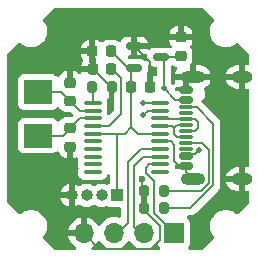
<source format=gbr>
%TF.GenerationSoftware,KiCad,Pcbnew,8.0.6*%
%TF.CreationDate,2024-11-25T04:34:58+09:00*%
%TF.ProjectId,pointify,706f696e-7469-4667-992e-6b696361645f,rev?*%
%TF.SameCoordinates,Original*%
%TF.FileFunction,Copper,L1,Top*%
%TF.FilePolarity,Positive*%
%FSLAX46Y46*%
G04 Gerber Fmt 4.6, Leading zero omitted, Abs format (unit mm)*
G04 Created by KiCad (PCBNEW 8.0.6) date 2024-11-25 04:34:58*
%MOMM*%
%LPD*%
G01*
G04 APERTURE LIST*
G04 Aperture macros list*
%AMRoundRect*
0 Rectangle with rounded corners*
0 $1 Rounding radius*
0 $2 $3 $4 $5 $6 $7 $8 $9 X,Y pos of 4 corners*
0 Add a 4 corners polygon primitive as box body*
4,1,4,$2,$3,$4,$5,$6,$7,$8,$9,$2,$3,0*
0 Add four circle primitives for the rounded corners*
1,1,$1+$1,$2,$3*
1,1,$1+$1,$4,$5*
1,1,$1+$1,$6,$7*
1,1,$1+$1,$8,$9*
0 Add four rect primitives between the rounded corners*
20,1,$1+$1,$2,$3,$4,$5,0*
20,1,$1+$1,$4,$5,$6,$7,0*
20,1,$1+$1,$6,$7,$8,$9,0*
20,1,$1+$1,$8,$9,$2,$3,0*%
G04 Aperture macros list end*
%TA.AperFunction,ComponentPad*%
%ADD10R,1.700000X1.700000*%
%TD*%
%TA.AperFunction,ComponentPad*%
%ADD11O,1.700000X1.700000*%
%TD*%
%TA.AperFunction,SMDPad,CuDef*%
%ADD12RoundRect,0.225000X0.225000X0.250000X-0.225000X0.250000X-0.225000X-0.250000X0.225000X-0.250000X0*%
%TD*%
%TA.AperFunction,SMDPad,CuDef*%
%ADD13RoundRect,0.200000X-0.200000X-0.275000X0.200000X-0.275000X0.200000X0.275000X-0.200000X0.275000X0*%
%TD*%
%TA.AperFunction,SMDPad,CuDef*%
%ADD14RoundRect,0.225000X0.250000X-0.225000X0.250000X0.225000X-0.250000X0.225000X-0.250000X-0.225000X0*%
%TD*%
%TA.AperFunction,SMDPad,CuDef*%
%ADD15RoundRect,0.150000X0.425000X-0.150000X0.425000X0.150000X-0.425000X0.150000X-0.425000X-0.150000X0*%
%TD*%
%TA.AperFunction,SMDPad,CuDef*%
%ADD16RoundRect,0.075000X0.500000X-0.075000X0.500000X0.075000X-0.500000X0.075000X-0.500000X-0.075000X0*%
%TD*%
%TA.AperFunction,ComponentPad*%
%ADD17O,2.100000X1.000000*%
%TD*%
%TA.AperFunction,ComponentPad*%
%ADD18O,1.800000X1.000000*%
%TD*%
%TA.AperFunction,SMDPad,CuDef*%
%ADD19R,2.400000X2.000000*%
%TD*%
%TA.AperFunction,SMDPad,CuDef*%
%ADD20RoundRect,0.150000X-0.512500X-0.150000X0.512500X-0.150000X0.512500X0.150000X-0.512500X0.150000X0*%
%TD*%
%TA.AperFunction,SMDPad,CuDef*%
%ADD21RoundRect,0.225000X-0.225000X-0.250000X0.225000X-0.250000X0.225000X0.250000X-0.225000X0.250000X0*%
%TD*%
%TA.AperFunction,ComponentPad*%
%ADD22R,1.000000X1.000000*%
%TD*%
%TA.AperFunction,ComponentPad*%
%ADD23O,1.000000X1.000000*%
%TD*%
%TA.AperFunction,SMDPad,CuDef*%
%ADD24RoundRect,0.100000X-0.637500X-0.100000X0.637500X-0.100000X0.637500X0.100000X-0.637500X0.100000X0*%
%TD*%
%TA.AperFunction,SMDPad,CuDef*%
%ADD25RoundRect,0.200000X0.200000X0.275000X-0.200000X0.275000X-0.200000X-0.275000X0.200000X-0.275000X0*%
%TD*%
%TA.AperFunction,SMDPad,CuDef*%
%ADD26RoundRect,0.225000X-0.250000X0.225000X-0.250000X-0.225000X0.250000X-0.225000X0.250000X0.225000X0*%
%TD*%
%TA.AperFunction,ViaPad*%
%ADD27C,0.500000*%
%TD*%
%TA.AperFunction,ViaPad*%
%ADD28C,0.600000*%
%TD*%
%TA.AperFunction,Conductor*%
%ADD29C,0.200000*%
%TD*%
G04 APERTURE END LIST*
D10*
%TO.P,J2,1,Pin_1*%
%TO.N,OUT1*%
X134000000Y-87100000D03*
D11*
%TO.P,J2,2,Pin_2*%
%TO.N,OUT2*%
X131460000Y-87100000D03*
%TO.P,J2,3,Pin_3*%
%TO.N,OUT3*%
X128920000Y-87100000D03*
%TO.P,J2,4,Pin_4*%
%TO.N,GND*%
X126380000Y-87100000D03*
%TD*%
D12*
%TO.P,C3,1*%
%TO.N,+3V3*%
X128650000Y-71700000D03*
%TO.P,C3,2*%
%TO.N,GND*%
X127100000Y-71700000D03*
%TD*%
D13*
%TO.P,R1,1*%
%TO.N,GND*%
X131475000Y-83500000D03*
%TO.P,R1,2*%
%TO.N,Net-(J3-CC1)*%
X133125000Y-83500000D03*
%TD*%
D14*
%TO.P,C2,1*%
%TO.N,+5V*%
X134600000Y-72075000D03*
%TO.P,C2,2*%
%TO.N,GND*%
X134600000Y-70525000D03*
%TD*%
D12*
%TO.P,C6,1*%
%TO.N,NRST*%
X128675000Y-73200000D03*
%TO.P,C6,2*%
%TO.N,GND*%
X127125000Y-73200000D03*
%TD*%
D15*
%TO.P,J3,A1,GND*%
%TO.N,GND*%
X135010000Y-81400000D03*
%TO.P,J3,A4,VBUS*%
%TO.N,+5V*%
X135010000Y-80600000D03*
D16*
%TO.P,J3,A5,CC1*%
%TO.N,Net-(J3-CC1)*%
X135010000Y-79450000D03*
%TO.P,J3,A6,D+*%
%TO.N,USB_DP*%
X135010000Y-78450000D03*
%TO.P,J3,A7,D-*%
%TO.N,USB_DM*%
X135010000Y-77950000D03*
%TO.P,J3,A8,SBU1*%
%TO.N,unconnected-(J3-SBU1-PadA8)*%
X135010000Y-76950000D03*
D15*
%TO.P,J3,A9,VBUS*%
%TO.N,+5V*%
X135010000Y-75800000D03*
%TO.P,J3,A12,GND*%
%TO.N,GND*%
X135010000Y-75000000D03*
%TO.P,J3,B1,GND*%
X135010000Y-75000000D03*
%TO.P,J3,B4,VBUS*%
%TO.N,+5V*%
X135010000Y-75800000D03*
D16*
%TO.P,J3,B5,CC2*%
%TO.N,Net-(J3-CC2)*%
X135010000Y-76450000D03*
%TO.P,J3,B6,D+*%
%TO.N,USB_DP*%
X135010000Y-77450000D03*
%TO.P,J3,B7,D-*%
%TO.N,USB_DM*%
X135010000Y-78950000D03*
%TO.P,J3,B8,SBU2*%
%TO.N,unconnected-(J3-SBU2-PadB8)*%
X135010000Y-79950000D03*
D15*
%TO.P,J3,B9,VBUS*%
%TO.N,+5V*%
X135010000Y-80600000D03*
%TO.P,J3,B12,GND*%
%TO.N,GND*%
X135010000Y-81400000D03*
D17*
%TO.P,J3,S1,SHIELD*%
X135585000Y-82520000D03*
D18*
X139765000Y-82520000D03*
D17*
X135585000Y-73880000D03*
D18*
X139765000Y-73880000D03*
%TD*%
D19*
%TO.P,Y1,1,1*%
%TO.N,OSC_OUT*%
X122500000Y-78850000D03*
%TO.P,Y1,2,2*%
%TO.N,OSC_IN*%
X122500000Y-75150000D03*
%TD*%
D20*
%TO.P,U1,1,GND*%
%TO.N,GND*%
X130625000Y-71250000D03*
%TO.P,U1,2,VO*%
%TO.N,+3V3*%
X130625000Y-73150000D03*
%TO.P,U1,3,VI*%
%TO.N,+5V*%
X132900000Y-72200000D03*
%TD*%
D21*
%TO.P,C1,1*%
%TO.N,+3V3*%
X130400000Y-74700000D03*
%TO.P,C1,2*%
%TO.N,GND*%
X131950000Y-74700000D03*
%TD*%
D13*
%TO.P,R2,1*%
%TO.N,GND*%
X131475000Y-85000000D03*
%TO.P,R2,2*%
%TO.N,Net-(J3-CC2)*%
X133125000Y-85000000D03*
%TD*%
D22*
%TO.P,J1,1,Pin_1*%
%TO.N,+3V3*%
X129170000Y-83900000D03*
D23*
%TO.P,J1,2,Pin_2*%
%TO.N,SWDIO*%
X127900000Y-83900000D03*
%TO.P,J1,3,Pin_3*%
%TO.N,SWCLK*%
X126630000Y-83900000D03*
%TO.P,J1,4,Pin_4*%
%TO.N,GND*%
X125360000Y-83900000D03*
%TD*%
D14*
%TO.P,C4,1*%
%TO.N,OSC_IN*%
X125200000Y-75900000D03*
%TO.P,C4,2*%
%TO.N,GND*%
X125200000Y-74350000D03*
%TD*%
D24*
%TO.P,U2,1,BOOT0*%
%TO.N,BOOT*%
X127137500Y-76075000D03*
%TO.P,U2,2,PF0*%
%TO.N,OSC_IN*%
X127137500Y-76725000D03*
%TO.P,U2,3,PF1*%
%TO.N,OSC_OUT*%
X127137500Y-77375000D03*
%TO.P,U2,4,NRST*%
%TO.N,NRST*%
X127137500Y-78025000D03*
%TO.P,U2,5,VDDA*%
%TO.N,+3V3*%
X127137500Y-78675000D03*
%TO.P,U2,6,PA0*%
%TO.N,unconnected-(U2-PA0-Pad6)*%
X127137500Y-79325000D03*
%TO.P,U2,7,PA1*%
%TO.N,unconnected-(U2-PA1-Pad7)*%
X127137500Y-79975000D03*
%TO.P,U2,8,PA2*%
%TO.N,unconnected-(U2-PA2-Pad8)*%
X127137500Y-80625000D03*
%TO.P,U2,9,PA3*%
%TO.N,unconnected-(U2-PA3-Pad9)*%
X127137500Y-81275000D03*
%TO.P,U2,10,PA4*%
%TO.N,unconnected-(U2-PA4-Pad10)*%
X127137500Y-81925000D03*
%TO.P,U2,11,PA5*%
%TO.N,unconnected-(U2-PA5-Pad11)*%
X132862500Y-81925000D03*
%TO.P,U2,12,PA6*%
%TO.N,OUT1*%
X132862500Y-81275000D03*
%TO.P,U2,13,PA7*%
%TO.N,OUT2*%
X132862500Y-80625000D03*
%TO.P,U2,14,PB1*%
%TO.N,OUT3*%
X132862500Y-79975000D03*
%TO.P,U2,15,VSS*%
%TO.N,GND*%
X132862500Y-79325000D03*
%TO.P,U2,16,VDD*%
%TO.N,+3V3*%
X132862500Y-78675000D03*
%TO.P,U2,17,PA9/PA11*%
%TO.N,USB_DM*%
X132862500Y-78025000D03*
%TO.P,U2,18,PA10/PA12*%
%TO.N,USB_DP*%
X132862500Y-77375000D03*
%TO.P,U2,19,PA13*%
%TO.N,SWDIO*%
X132862500Y-76725000D03*
%TO.P,U2,20,PA14*%
%TO.N,SWCLK*%
X132862500Y-76075000D03*
%TD*%
D25*
%TO.P,R3,1*%
%TO.N,GND*%
X128750000Y-74700000D03*
%TO.P,R3,2*%
%TO.N,BOOT*%
X127100000Y-74700000D03*
%TD*%
D26*
%TO.P,C5,1*%
%TO.N,OSC_OUT*%
X125200000Y-78225000D03*
%TO.P,C5,2*%
%TO.N,GND*%
X125200000Y-79775000D03*
%TD*%
D27*
%TO.N,+5V*%
X133150000Y-74850000D03*
X136100000Y-80050000D03*
D28*
%TO.N,GND*%
X131275735Y-82524265D03*
X120900000Y-73500000D03*
X120900000Y-80500000D03*
X124100000Y-80500000D03*
X124100000Y-73500000D03*
D27*
%TO.N,SWCLK*%
X131390000Y-76080000D03*
%TO.N,SWDIO*%
X131390000Y-77130000D03*
%TD*%
D29*
%TO.N,+5V*%
X135210000Y-80400000D02*
X135750000Y-80400000D01*
X133150000Y-74850000D02*
X134100000Y-75800000D01*
X134100000Y-75800000D02*
X135010000Y-75800000D01*
X135750000Y-80400000D02*
X136100000Y-80050000D01*
X133150000Y-74850000D02*
X133150000Y-72450000D01*
X133150000Y-72450000D02*
X132900000Y-72200000D01*
X132900000Y-72200000D02*
X134475000Y-72200000D01*
%TO.N,GND*%
X132100000Y-88400000D02*
X127680000Y-88400000D01*
X127680000Y-88400000D02*
X126380000Y-87100000D01*
X135010000Y-81400000D02*
X134406544Y-81400000D01*
X135010000Y-81945000D02*
X135585000Y-82520000D01*
X132800000Y-87700000D02*
X132100000Y-88400000D01*
X127175000Y-73200000D02*
X128675000Y-74700000D01*
X131475000Y-85157843D02*
X132800000Y-86482843D01*
X131950000Y-74700000D02*
X131950000Y-72575000D01*
X134000000Y-80993456D02*
X134000000Y-79600000D01*
X132800000Y-86482843D02*
X132800000Y-87700000D01*
X131275735Y-82524265D02*
X131275735Y-83300735D01*
X131950000Y-72575000D02*
X130625000Y-71250000D01*
X131275735Y-83300735D02*
X131475000Y-83500000D01*
X133725000Y-79325000D02*
X132862500Y-79325000D01*
X134406544Y-81400000D02*
X134000000Y-80993456D01*
X135010000Y-81400000D02*
X135010000Y-81945000D01*
X134000000Y-79600000D02*
X133725000Y-79325000D01*
%TO.N,+3V3*%
X130400000Y-74912500D02*
X130400000Y-78100000D01*
X130150000Y-73150000D02*
X128700000Y-71700000D01*
X130400000Y-78100000D02*
X129825000Y-78675000D01*
X130400000Y-73375000D02*
X130625000Y-73150000D01*
X130400000Y-78100000D02*
X130975000Y-78675000D01*
X130975000Y-78675000D02*
X132862500Y-78675000D01*
X129200000Y-78675000D02*
X129200000Y-83970000D01*
X130400000Y-74700000D02*
X130400000Y-73375000D01*
X129825000Y-78675000D02*
X127137500Y-78675000D01*
X129825000Y-78675000D02*
X129200000Y-78675000D01*
%TO.N,OSC_IN*%
X126025000Y-76725000D02*
X127137500Y-76725000D01*
X124450000Y-75150000D02*
X125200000Y-75900000D01*
X125200000Y-75900000D02*
X126025000Y-76725000D01*
X122500000Y-75150000D02*
X124450000Y-75150000D01*
%TO.N,OSC_OUT*%
X124575000Y-78850000D02*
X125200000Y-78225000D01*
X125200000Y-78225000D02*
X126050000Y-77375000D01*
X122500000Y-78850000D02*
X124575000Y-78850000D01*
X125400000Y-78062500D02*
X125237500Y-78062500D01*
X126050000Y-77375000D02*
X127137500Y-77375000D01*
%TO.N,BOOT*%
X127125000Y-74700000D02*
X127125000Y-76062500D01*
%TO.N,OUT2*%
X130600000Y-81400000D02*
X130600000Y-86540000D01*
X130600000Y-86540000D02*
X131460000Y-87400000D01*
X132862500Y-80625000D02*
X131375000Y-80625000D01*
X131375000Y-80625000D02*
X130600000Y-81400000D01*
%TO.N,OUT3*%
X132862500Y-79975000D02*
X131225000Y-79975000D01*
X130100000Y-81100000D02*
X130100000Y-86220000D01*
X130100000Y-86220000D02*
X128920000Y-87400000D01*
X131225000Y-79975000D02*
X130100000Y-81100000D01*
%TO.N,OUT1*%
X131600000Y-81550000D02*
X131600000Y-82000000D01*
X132862500Y-81275000D02*
X131875000Y-81275000D01*
X131600000Y-82000000D02*
X132300000Y-82700000D01*
X132300000Y-82700000D02*
X132300000Y-85400000D01*
X131875000Y-81275000D02*
X131600000Y-81550000D01*
X132300000Y-85400000D02*
X134000000Y-87100000D01*
%TO.N,SWCLK*%
X131395000Y-76075000D02*
X131390000Y-76080000D01*
X132862500Y-76075000D02*
X131395000Y-76075000D01*
%TO.N,SWDIO*%
X132862500Y-76725000D02*
X131795000Y-76725000D01*
X131795000Y-76725000D02*
X131390000Y-77130000D01*
%TO.N,USB_DP*%
X135120000Y-77450000D02*
X132937500Y-77450000D01*
X136000000Y-77700000D02*
X135750000Y-77450000D01*
X135750000Y-78450000D02*
X136000000Y-78200000D01*
X136000000Y-78200000D02*
X136000000Y-77700000D01*
X135010000Y-78450000D02*
X135750000Y-78450000D01*
X135750000Y-77450000D02*
X135010000Y-77450000D01*
%TO.N,Net-(J3-CC2)*%
X135950000Y-76450000D02*
X137335000Y-77835000D01*
X135010000Y-76450000D02*
X135950000Y-76450000D01*
X137335000Y-83017057D02*
X135352057Y-85000000D01*
X137335000Y-77835000D02*
X137335000Y-83017057D01*
X135352057Y-85000000D02*
X133125000Y-85000000D01*
%TO.N,USB_DM*%
X134000000Y-78200000D02*
X134250000Y-77950000D01*
X134250000Y-78950000D02*
X134000000Y-78700000D01*
X134000000Y-78200000D02*
X133800000Y-78000000D01*
X133800000Y-78000000D02*
X132887500Y-78000000D01*
X134250000Y-77950000D02*
X135010000Y-77950000D01*
X134000000Y-78700000D02*
X134000000Y-78200000D01*
X135010000Y-78950000D02*
X134250000Y-78950000D01*
%TO.N,Net-(J3-CC1)*%
X136348529Y-79450000D02*
X136935000Y-80036471D01*
X136935000Y-80036471D02*
X136935000Y-82851371D01*
X136286371Y-83500000D02*
X133125000Y-83500000D01*
X136935000Y-82851371D02*
X136286371Y-83500000D01*
X135010000Y-79450000D02*
X136348529Y-79450000D01*
%TO.N,NRST*%
X128475000Y-78025000D02*
X127137500Y-78025000D01*
X129500000Y-77000000D02*
X128475000Y-78025000D01*
X129500000Y-74000000D02*
X129500000Y-77000000D01*
X128725000Y-73225000D02*
X129500000Y-74000000D01*
%TD*%
%TA.AperFunction,Conductor*%
%TO.N,GND*%
G36*
X136416177Y-68020185D02*
G01*
X136436819Y-68036819D01*
X137358261Y-68958261D01*
X137391746Y-69019584D01*
X137386762Y-69089276D01*
X137370899Y-69118827D01*
X137244948Y-69292184D01*
X137148444Y-69481585D01*
X137082753Y-69683760D01*
X137049500Y-69893713D01*
X137049500Y-70106286D01*
X137076221Y-70275000D01*
X137082754Y-70316243D01*
X137142043Y-70498716D01*
X137148444Y-70518414D01*
X137244951Y-70707820D01*
X137369890Y-70879786D01*
X137520213Y-71030109D01*
X137692179Y-71155048D01*
X137692181Y-71155049D01*
X137692184Y-71155051D01*
X137881588Y-71251557D01*
X138083757Y-71317246D01*
X138293713Y-71350500D01*
X138293714Y-71350500D01*
X138506286Y-71350500D01*
X138506287Y-71350500D01*
X138716243Y-71317246D01*
X138918412Y-71251557D01*
X139107816Y-71155051D01*
X139279792Y-71030104D01*
X139279793Y-71030102D01*
X139281172Y-71029101D01*
X139346978Y-71005621D01*
X139415032Y-71021446D01*
X139441738Y-71041738D01*
X140363181Y-71963181D01*
X140396666Y-72024504D01*
X140399500Y-72050862D01*
X140399500Y-72756582D01*
X140379815Y-72823621D01*
X140327011Y-72869376D01*
X140269583Y-72878948D01*
X140269583Y-72880000D01*
X140015000Y-72880000D01*
X140015000Y-73580000D01*
X139515000Y-73580000D01*
X139515000Y-72880000D01*
X139266504Y-72880000D01*
X139073318Y-72918427D01*
X139073306Y-72918430D01*
X138891328Y-72993807D01*
X138891315Y-72993814D01*
X138727537Y-73103248D01*
X138727533Y-73103251D01*
X138588251Y-73242533D01*
X138588248Y-73242537D01*
X138478814Y-73406315D01*
X138478807Y-73406328D01*
X138403430Y-73588307D01*
X138403430Y-73588309D01*
X138395138Y-73630000D01*
X139198012Y-73630000D01*
X139180795Y-73639940D01*
X139124940Y-73695795D01*
X139085444Y-73764204D01*
X139065000Y-73840504D01*
X139065000Y-73919496D01*
X139085444Y-73995796D01*
X139124940Y-74064205D01*
X139180795Y-74120060D01*
X139198012Y-74130000D01*
X138395138Y-74130000D01*
X138403430Y-74171690D01*
X138403430Y-74171692D01*
X138478807Y-74353671D01*
X138478814Y-74353684D01*
X138588248Y-74517462D01*
X138588251Y-74517466D01*
X138727533Y-74656748D01*
X138727537Y-74656751D01*
X138891315Y-74766185D01*
X138891328Y-74766192D01*
X139073306Y-74841569D01*
X139073318Y-74841572D01*
X139266504Y-74879999D01*
X139266508Y-74880000D01*
X139515000Y-74880000D01*
X139515000Y-74180000D01*
X140015000Y-74180000D01*
X140015000Y-74880000D01*
X140269583Y-74880000D01*
X140269583Y-74881198D01*
X140331988Y-74893031D01*
X140382700Y-74941094D01*
X140399500Y-75003417D01*
X140399500Y-81396582D01*
X140379815Y-81463621D01*
X140327011Y-81509376D01*
X140269583Y-81518948D01*
X140269583Y-81520000D01*
X140015000Y-81520000D01*
X140015000Y-82220000D01*
X139515000Y-82220000D01*
X139515000Y-81520000D01*
X139266504Y-81520000D01*
X139073318Y-81558427D01*
X139073306Y-81558430D01*
X138891328Y-81633807D01*
X138891315Y-81633814D01*
X138727537Y-81743248D01*
X138727533Y-81743251D01*
X138588251Y-81882533D01*
X138588248Y-81882537D01*
X138478814Y-82046315D01*
X138478807Y-82046328D01*
X138403430Y-82228307D01*
X138403430Y-82228309D01*
X138395138Y-82270000D01*
X139198012Y-82270000D01*
X139180795Y-82279940D01*
X139124940Y-82335795D01*
X139085444Y-82404204D01*
X139065000Y-82480504D01*
X139065000Y-82559496D01*
X139085444Y-82635796D01*
X139124940Y-82704205D01*
X139180795Y-82760060D01*
X139198012Y-82770000D01*
X138395138Y-82770000D01*
X138403430Y-82811690D01*
X138403430Y-82811692D01*
X138478807Y-82993671D01*
X138478814Y-82993684D01*
X138588248Y-83157462D01*
X138588251Y-83157466D01*
X138727533Y-83296748D01*
X138727537Y-83296751D01*
X138891315Y-83406185D01*
X138891328Y-83406192D01*
X139073306Y-83481569D01*
X139073318Y-83481572D01*
X139266504Y-83519999D01*
X139266508Y-83520000D01*
X139515000Y-83520000D01*
X139515000Y-82820000D01*
X140015000Y-82820000D01*
X140015000Y-83520000D01*
X140269583Y-83520000D01*
X140269583Y-83521198D01*
X140331988Y-83533031D01*
X140382700Y-83581094D01*
X140399500Y-83643417D01*
X140399500Y-84449138D01*
X140379815Y-84516177D01*
X140363181Y-84536819D01*
X139441738Y-85458261D01*
X139380415Y-85491746D01*
X139310723Y-85486762D01*
X139281172Y-85470898D01*
X139107819Y-85344951D01*
X139107818Y-85344950D01*
X139107816Y-85344949D01*
X138918412Y-85248443D01*
X138716243Y-85182754D01*
X138716241Y-85182753D01*
X138716240Y-85182753D01*
X138554957Y-85157208D01*
X138506287Y-85149500D01*
X138293713Y-85149500D01*
X138245042Y-85157208D01*
X138083760Y-85182753D01*
X137881585Y-85248444D01*
X137692179Y-85344951D01*
X137520213Y-85469890D01*
X137369890Y-85620213D01*
X137244951Y-85792179D01*
X137148444Y-85981585D01*
X137082753Y-86183760D01*
X137049500Y-86393713D01*
X137049500Y-86606287D01*
X137054286Y-86636507D01*
X137079071Y-86792993D01*
X137082754Y-86816243D01*
X137132721Y-86970026D01*
X137148444Y-87018414D01*
X137244951Y-87207819D01*
X137370898Y-87381172D01*
X137394378Y-87446978D01*
X137378552Y-87515032D01*
X137358261Y-87541738D01*
X136436819Y-88463181D01*
X136375496Y-88496666D01*
X136349138Y-88499500D01*
X135311571Y-88499500D01*
X135244532Y-88479815D01*
X135198777Y-88427011D01*
X135188833Y-88357853D01*
X135212305Y-88301189D01*
X135293793Y-88192335D01*
X135293792Y-88192335D01*
X135293796Y-88192331D01*
X135344091Y-88057483D01*
X135350500Y-87997873D01*
X135350499Y-86202128D01*
X135344091Y-86142517D01*
X135314019Y-86061891D01*
X135293797Y-86007671D01*
X135293793Y-86007664D01*
X135207547Y-85892455D01*
X135207544Y-85892452D01*
X135115792Y-85823766D01*
X135073921Y-85767832D01*
X135068937Y-85698141D01*
X135102423Y-85636818D01*
X135163746Y-85603334D01*
X135190103Y-85600500D01*
X135265388Y-85600500D01*
X135265404Y-85600501D01*
X135273000Y-85600501D01*
X135431111Y-85600501D01*
X135431114Y-85600501D01*
X135583842Y-85559577D01*
X135633961Y-85530639D01*
X135720773Y-85480520D01*
X135832577Y-85368716D01*
X135832577Y-85368714D01*
X135842785Y-85358507D01*
X135842787Y-85358504D01*
X137693506Y-83507785D01*
X137693511Y-83507781D01*
X137703714Y-83497577D01*
X137703716Y-83497577D01*
X137815520Y-83385773D01*
X137883392Y-83268215D01*
X137894577Y-83248842D01*
X137935501Y-83096114D01*
X137935501Y-82938000D01*
X137935501Y-82930405D01*
X137935500Y-82930387D01*
X137935500Y-77924060D01*
X137935501Y-77924047D01*
X137935501Y-77755945D01*
X137935501Y-77755943D01*
X137894577Y-77603215D01*
X137815520Y-77466284D01*
X136437589Y-76088354D01*
X136437588Y-76088352D01*
X136350640Y-76001404D01*
X136317155Y-75940081D01*
X136322139Y-75870389D01*
X136364011Y-75814456D01*
X136376321Y-75806336D01*
X136438365Y-75770515D01*
X136545515Y-75663365D01*
X136621281Y-75532135D01*
X136660500Y-75385766D01*
X136660500Y-75234234D01*
X136621281Y-75087865D01*
X136545515Y-74956635D01*
X136545513Y-74956633D01*
X136541451Y-74949597D01*
X136543654Y-74948325D01*
X136523041Y-74895022D01*
X136537073Y-74826576D01*
X136585882Y-74776582D01*
X136599163Y-74770129D01*
X136608682Y-74766186D01*
X136608684Y-74766185D01*
X136772462Y-74656751D01*
X136772466Y-74656748D01*
X136911748Y-74517466D01*
X136911751Y-74517462D01*
X137021185Y-74353684D01*
X137021192Y-74353671D01*
X137096569Y-74171692D01*
X137096569Y-74171690D01*
X137104862Y-74130000D01*
X136301988Y-74130000D01*
X136319205Y-74120060D01*
X136375060Y-74064205D01*
X136414556Y-73995796D01*
X136435000Y-73919496D01*
X136435000Y-73840504D01*
X136414556Y-73764204D01*
X136375060Y-73695795D01*
X136319205Y-73639940D01*
X136301988Y-73630000D01*
X137104862Y-73630000D01*
X137096569Y-73588309D01*
X137096569Y-73588307D01*
X137021192Y-73406328D01*
X137021185Y-73406315D01*
X136911751Y-73242537D01*
X136911748Y-73242533D01*
X136772466Y-73103251D01*
X136772462Y-73103248D01*
X136608684Y-72993814D01*
X136608671Y-72993807D01*
X136426693Y-72918430D01*
X136426681Y-72918427D01*
X136233495Y-72880000D01*
X135835000Y-72880000D01*
X135835000Y-73580000D01*
X135335000Y-73580000D01*
X135335000Y-72892374D01*
X135354685Y-72825335D01*
X135371319Y-72804693D01*
X135373720Y-72802292D01*
X135422968Y-72753044D01*
X135512003Y-72608697D01*
X135565349Y-72447708D01*
X135575500Y-72348345D01*
X135575499Y-71801656D01*
X135570351Y-71751264D01*
X135565349Y-71702292D01*
X135565348Y-71702289D01*
X135519274Y-71563246D01*
X135512003Y-71541303D01*
X135511999Y-71541297D01*
X135511998Y-71541294D01*
X135422970Y-71396959D01*
X135422969Y-71396957D01*
X135422968Y-71396956D01*
X135413339Y-71387327D01*
X135379854Y-71326004D01*
X135384838Y-71256312D01*
X135413345Y-71211959D01*
X135422573Y-71202731D01*
X135511542Y-71058492D01*
X135511547Y-71058481D01*
X135564855Y-70897606D01*
X135574999Y-70798322D01*
X135575000Y-70798309D01*
X135575000Y-70775000D01*
X133625001Y-70775000D01*
X133625001Y-70798322D01*
X133635144Y-70897607D01*
X133688452Y-71058481D01*
X133688457Y-71058492D01*
X133777424Y-71202728D01*
X133777427Y-71202732D01*
X133786660Y-71211965D01*
X133820145Y-71273288D01*
X133815161Y-71342980D01*
X133786663Y-71387324D01*
X133777029Y-71396957D01*
X133776333Y-71397839D01*
X133775701Y-71398285D01*
X133771928Y-71402060D01*
X133771282Y-71401414D01*
X133719309Y-71438212D01*
X133649510Y-71441347D01*
X133644477Y-71439998D01*
X133515073Y-71402402D01*
X133515067Y-71402401D01*
X133478201Y-71399500D01*
X133478194Y-71399500D01*
X132321806Y-71399500D01*
X132321798Y-71399500D01*
X132284932Y-71402401D01*
X132284926Y-71402402D01*
X132127106Y-71448254D01*
X132127103Y-71448255D01*
X131985637Y-71531917D01*
X131979469Y-71536702D01*
X131978164Y-71535019D01*
X131926454Y-71563246D01*
X131856763Y-71558251D01*
X131809058Y-71526247D01*
X131784796Y-71500000D01*
X130875000Y-71500000D01*
X130875000Y-72050000D01*
X131203134Y-72050000D01*
X131203149Y-72049999D01*
X131239989Y-72047100D01*
X131239995Y-72047099D01*
X131397693Y-72001283D01*
X131397696Y-72001282D01*
X131545771Y-71913712D01*
X131546790Y-71915435D01*
X131602026Y-71893744D01*
X131670545Y-71907418D01*
X131720793Y-71955966D01*
X131737000Y-72017257D01*
X131737000Y-72382104D01*
X131717315Y-72449143D01*
X131664511Y-72494898D01*
X131595353Y-72504842D01*
X131547002Y-72484330D01*
X131546080Y-72485890D01*
X131427384Y-72415694D01*
X131397898Y-72398256D01*
X131397897Y-72398255D01*
X131397896Y-72398255D01*
X131397893Y-72398254D01*
X131240073Y-72352402D01*
X131240067Y-72352401D01*
X131203201Y-72349500D01*
X131203194Y-72349500D01*
X130250098Y-72349500D01*
X130183059Y-72329815D01*
X130162417Y-72313181D01*
X130110917Y-72261681D01*
X130077432Y-72200358D01*
X130082416Y-72130666D01*
X130124288Y-72074733D01*
X130189752Y-72050316D01*
X130198598Y-72050000D01*
X130375000Y-72050000D01*
X130375000Y-71000000D01*
X130875000Y-71000000D01*
X131784795Y-71000000D01*
X131784795Y-70999998D01*
X131784600Y-70997513D01*
X131738781Y-70839801D01*
X131655185Y-70698447D01*
X131655178Y-70698438D01*
X131539061Y-70582321D01*
X131539052Y-70582314D01*
X131397696Y-70498717D01*
X131397693Y-70498716D01*
X131239995Y-70452900D01*
X131239989Y-70452899D01*
X131203149Y-70450000D01*
X130875000Y-70450000D01*
X130875000Y-71000000D01*
X130375000Y-71000000D01*
X130375000Y-70450000D01*
X130046850Y-70450000D01*
X130010010Y-70452899D01*
X130010004Y-70452900D01*
X129852306Y-70498716D01*
X129852303Y-70498717D01*
X129710947Y-70582314D01*
X129710938Y-70582321D01*
X129594821Y-70698438D01*
X129594814Y-70698447D01*
X129510124Y-70841651D01*
X129459055Y-70889335D01*
X129390313Y-70901838D01*
X129335117Y-70879320D01*
X129334191Y-70880823D01*
X129183705Y-70788001D01*
X129183699Y-70787998D01*
X129183697Y-70787997D01*
X129183694Y-70787996D01*
X129022709Y-70734651D01*
X128923346Y-70724500D01*
X128376662Y-70724500D01*
X128376644Y-70724501D01*
X128277292Y-70734650D01*
X128277289Y-70734651D01*
X128116305Y-70787996D01*
X128116294Y-70788001D01*
X127971959Y-70877029D01*
X127971953Y-70877033D01*
X127962324Y-70886663D01*
X127901000Y-70920146D01*
X127831308Y-70915159D01*
X127786965Y-70886660D01*
X127777732Y-70877427D01*
X127777728Y-70877424D01*
X127633492Y-70788457D01*
X127633481Y-70788452D01*
X127472606Y-70735144D01*
X127373322Y-70725000D01*
X127350000Y-70725000D01*
X127350000Y-72191410D01*
X127372166Y-72232004D01*
X127375000Y-72258362D01*
X127375000Y-73326000D01*
X127355315Y-73393039D01*
X127302511Y-73438794D01*
X127251000Y-73450000D01*
X126175001Y-73450000D01*
X126175001Y-73498307D01*
X126175002Y-73498327D01*
X126176714Y-73515089D01*
X126163943Y-73583782D01*
X126116062Y-73634665D01*
X126048272Y-73651585D01*
X125982096Y-73629168D01*
X125965675Y-73615370D01*
X125902732Y-73552427D01*
X125902728Y-73552424D01*
X125758492Y-73463457D01*
X125758481Y-73463452D01*
X125597606Y-73410144D01*
X125498322Y-73400000D01*
X125450000Y-73400000D01*
X125450000Y-74476000D01*
X125430315Y-74543039D01*
X125377511Y-74588794D01*
X125326000Y-74600000D01*
X125074000Y-74600000D01*
X125006961Y-74580315D01*
X124961206Y-74527511D01*
X124950000Y-74476000D01*
X124950000Y-73400000D01*
X124949999Y-73399999D01*
X124901693Y-73400000D01*
X124901675Y-73400001D01*
X124802392Y-73410144D01*
X124641518Y-73463452D01*
X124641507Y-73463457D01*
X124497271Y-73552424D01*
X124497267Y-73552427D01*
X124377426Y-73672268D01*
X124287914Y-73817389D01*
X124235966Y-73864113D01*
X124167003Y-73875334D01*
X124102921Y-73847491D01*
X124083110Y-73826603D01*
X124076212Y-73817389D01*
X124057546Y-73792454D01*
X124057544Y-73792453D01*
X124057544Y-73792452D01*
X123942335Y-73706206D01*
X123942328Y-73706202D01*
X123807482Y-73655908D01*
X123807483Y-73655908D01*
X123747883Y-73649501D01*
X123747881Y-73649500D01*
X123747873Y-73649500D01*
X123747864Y-73649500D01*
X121252129Y-73649500D01*
X121252123Y-73649501D01*
X121192516Y-73655908D01*
X121057671Y-73706202D01*
X121057664Y-73706206D01*
X120942455Y-73792452D01*
X120942452Y-73792455D01*
X120856206Y-73907664D01*
X120856202Y-73907671D01*
X120805908Y-74042517D01*
X120799501Y-74102116D01*
X120799500Y-74102135D01*
X120799500Y-76197870D01*
X120799501Y-76197876D01*
X120805908Y-76257483D01*
X120856202Y-76392328D01*
X120856206Y-76392335D01*
X120942452Y-76507544D01*
X120942455Y-76507547D01*
X121057664Y-76593793D01*
X121057671Y-76593797D01*
X121192517Y-76644091D01*
X121192516Y-76644091D01*
X121199444Y-76644835D01*
X121252127Y-76650500D01*
X123747872Y-76650499D01*
X123807483Y-76644091D01*
X123942331Y-76593796D01*
X124057546Y-76507546D01*
X124099697Y-76451239D01*
X124155628Y-76409369D01*
X124225320Y-76404385D01*
X124286643Y-76437869D01*
X124304500Y-76460453D01*
X124377031Y-76578043D01*
X124496955Y-76697967D01*
X124496959Y-76697970D01*
X124641294Y-76786998D01*
X124641297Y-76786999D01*
X124641303Y-76787003D01*
X124802292Y-76840349D01*
X124901655Y-76850500D01*
X125249902Y-76850499D01*
X125316941Y-76870183D01*
X125337583Y-76886818D01*
X125425583Y-76974818D01*
X125459068Y-77036141D01*
X125454084Y-77105833D01*
X125425583Y-77150180D01*
X125337582Y-77238181D01*
X125276259Y-77271666D01*
X125249901Y-77274500D01*
X124901662Y-77274500D01*
X124901644Y-77274501D01*
X124802292Y-77284650D01*
X124802289Y-77284651D01*
X124641305Y-77337996D01*
X124641294Y-77338001D01*
X124496959Y-77427029D01*
X124496955Y-77427032D01*
X124377029Y-77546958D01*
X124346771Y-77596014D01*
X124294823Y-77642737D01*
X124225860Y-77653958D01*
X124161778Y-77626114D01*
X124141968Y-77605226D01*
X124057547Y-77492455D01*
X124057544Y-77492452D01*
X123942335Y-77406206D01*
X123942328Y-77406202D01*
X123807482Y-77355908D01*
X123807483Y-77355908D01*
X123747883Y-77349501D01*
X123747881Y-77349500D01*
X123747873Y-77349500D01*
X123747864Y-77349500D01*
X121252129Y-77349500D01*
X121252123Y-77349501D01*
X121192516Y-77355908D01*
X121057671Y-77406202D01*
X121057664Y-77406206D01*
X120942455Y-77492452D01*
X120942452Y-77492455D01*
X120856206Y-77607664D01*
X120856202Y-77607671D01*
X120805908Y-77742517D01*
X120799501Y-77802116D01*
X120799500Y-77802135D01*
X120799500Y-79897870D01*
X120799501Y-79897876D01*
X120805908Y-79957483D01*
X120856202Y-80092328D01*
X120856206Y-80092335D01*
X120942452Y-80207544D01*
X120942455Y-80207547D01*
X121057664Y-80293793D01*
X121057671Y-80293797D01*
X121192517Y-80344091D01*
X121192516Y-80344091D01*
X121199444Y-80344835D01*
X121252127Y-80350500D01*
X123747872Y-80350499D01*
X123807483Y-80344091D01*
X123942331Y-80293796D01*
X124057546Y-80207546D01*
X124057554Y-80207534D01*
X124063703Y-80201387D01*
X124125025Y-80167900D01*
X124194717Y-80172881D01*
X124250652Y-80214751D01*
X124269094Y-80250061D01*
X124288452Y-80308481D01*
X124288457Y-80308492D01*
X124377424Y-80452728D01*
X124377427Y-80452732D01*
X124497267Y-80572572D01*
X124497271Y-80572575D01*
X124641507Y-80661542D01*
X124641518Y-80661547D01*
X124802393Y-80714855D01*
X124901683Y-80724999D01*
X124949999Y-80724998D01*
X124950000Y-80724998D01*
X124950000Y-79649000D01*
X124969685Y-79581961D01*
X125022489Y-79536206D01*
X125074000Y-79525000D01*
X125326000Y-79525000D01*
X125393039Y-79544685D01*
X125438794Y-79597489D01*
X125450000Y-79649000D01*
X125450000Y-80724999D01*
X125498308Y-80724999D01*
X125498322Y-80724998D01*
X125597605Y-80714856D01*
X125738268Y-80668244D01*
X125808097Y-80665842D01*
X125868139Y-80701573D01*
X125899332Y-80764094D01*
X125900212Y-80769766D01*
X125914954Y-80881753D01*
X125914957Y-80881765D01*
X125923566Y-80902550D01*
X125931033Y-80972019D01*
X125923566Y-80997450D01*
X125914957Y-81018234D01*
X125914955Y-81018239D01*
X125899500Y-81135638D01*
X125899500Y-81414363D01*
X125914953Y-81531753D01*
X125914957Y-81531765D01*
X125923566Y-81552550D01*
X125931033Y-81622019D01*
X125923566Y-81647450D01*
X125914957Y-81668234D01*
X125914955Y-81668239D01*
X125899500Y-81785638D01*
X125899500Y-82064363D01*
X125914953Y-82181753D01*
X125914956Y-82181762D01*
X125975464Y-82327841D01*
X126071718Y-82453282D01*
X126197159Y-82549536D01*
X126343238Y-82610044D01*
X126460639Y-82625500D01*
X127814360Y-82625499D01*
X127814363Y-82625499D01*
X127931753Y-82610046D01*
X127931757Y-82610044D01*
X127931762Y-82610044D01*
X128077841Y-82549536D01*
X128203282Y-82453282D01*
X128299536Y-82327841D01*
X128360044Y-82181762D01*
X128360044Y-82181760D01*
X128360939Y-82179600D01*
X128404780Y-82125197D01*
X128471074Y-82103132D01*
X128538773Y-82120411D01*
X128586384Y-82171548D01*
X128599500Y-82227053D01*
X128599500Y-82806019D01*
X128579815Y-82873058D01*
X128527011Y-82918813D01*
X128518834Y-82922201D01*
X128427669Y-82956203D01*
X128427666Y-82956205D01*
X128419614Y-82962233D01*
X128354149Y-82986648D01*
X128290530Y-82973104D01*
X128290359Y-82973518D01*
X128288123Y-82972592D01*
X128286850Y-82972321D01*
X128284729Y-82971187D01*
X128284728Y-82971186D01*
X128284727Y-82971186D01*
X128123246Y-82922201D01*
X128096129Y-82913975D01*
X127900000Y-82894659D01*
X127703870Y-82913975D01*
X127515266Y-82971188D01*
X127341467Y-83064086D01*
X127336399Y-83067473D01*
X127335305Y-83065836D01*
X127279337Y-83089596D01*
X127210471Y-83077795D01*
X127193843Y-83067109D01*
X127193601Y-83067473D01*
X127188532Y-83064086D01*
X127014733Y-82971188D01*
X127014727Y-82971186D01*
X126853246Y-82922201D01*
X126826129Y-82913975D01*
X126630000Y-82894659D01*
X126433870Y-82913975D01*
X126245266Y-82971188D01*
X126071467Y-83064086D01*
X126066399Y-83067473D01*
X126065386Y-83065958D01*
X126008936Y-83089920D01*
X125940071Y-83078115D01*
X125923574Y-83067511D01*
X125923322Y-83067890D01*
X125918253Y-83064503D01*
X125744541Y-82971652D01*
X125610000Y-82930839D01*
X125610000Y-83690382D01*
X125559554Y-83639936D01*
X125485445Y-83597149D01*
X125402787Y-83575000D01*
X125317213Y-83575000D01*
X125234555Y-83597149D01*
X125160446Y-83639936D01*
X125099936Y-83700446D01*
X125057149Y-83774555D01*
X125035000Y-83857213D01*
X125035000Y-83942787D01*
X125057149Y-84025445D01*
X125099936Y-84099554D01*
X125160446Y-84160064D01*
X125234555Y-84202851D01*
X125317213Y-84225000D01*
X125402787Y-84225000D01*
X125485445Y-84202851D01*
X125559554Y-84160064D01*
X125610000Y-84109618D01*
X125610000Y-84869159D01*
X125744534Y-84828349D01*
X125918259Y-84735492D01*
X125923320Y-84732111D01*
X125924444Y-84733793D01*
X125980203Y-84710086D01*
X126049075Y-84721851D01*
X126066186Y-84732843D01*
X126066399Y-84732526D01*
X126071457Y-84735906D01*
X126071462Y-84735910D01*
X126209594Y-84809743D01*
X126243147Y-84827678D01*
X126245273Y-84828814D01*
X126433868Y-84886024D01*
X126630000Y-84905341D01*
X126826132Y-84886024D01*
X127014727Y-84828814D01*
X127188538Y-84735910D01*
X127188544Y-84735904D01*
X127193607Y-84732523D01*
X127194703Y-84734164D01*
X127250639Y-84710405D01*
X127319507Y-84722194D01*
X127336148Y-84732888D01*
X127336393Y-84732523D01*
X127341458Y-84735907D01*
X127341462Y-84735910D01*
X127486501Y-84813435D01*
X127513147Y-84827678D01*
X127515273Y-84828814D01*
X127703868Y-84886024D01*
X127900000Y-84905341D01*
X128096132Y-84886024D01*
X128284727Y-84828814D01*
X128286853Y-84827677D01*
X128288095Y-84827418D01*
X128290355Y-84826483D01*
X128290532Y-84826911D01*
X128355254Y-84813435D01*
X128419615Y-84837767D01*
X128427669Y-84843796D01*
X128427672Y-84843797D01*
X128562517Y-84894091D01*
X128562516Y-84894091D01*
X128569444Y-84894835D01*
X128622127Y-84900500D01*
X129375500Y-84900499D01*
X129442539Y-84920183D01*
X129488294Y-84972987D01*
X129499500Y-85024499D01*
X129499500Y-85695535D01*
X129479815Y-85762574D01*
X129427011Y-85808329D01*
X129357853Y-85818273D01*
X129343407Y-85815310D01*
X129155413Y-85764938D01*
X129155403Y-85764936D01*
X128920001Y-85744341D01*
X128919999Y-85744341D01*
X128684596Y-85764936D01*
X128684586Y-85764938D01*
X128456344Y-85826094D01*
X128456335Y-85826098D01*
X128242171Y-85925964D01*
X128242169Y-85925965D01*
X128048597Y-86061505D01*
X127881508Y-86228594D01*
X127751269Y-86414595D01*
X127696692Y-86458219D01*
X127627193Y-86465412D01*
X127564839Y-86433890D01*
X127548119Y-86414594D01*
X127418113Y-86228926D01*
X127418108Y-86228920D01*
X127251082Y-86061894D01*
X127057578Y-85926399D01*
X126843492Y-85826570D01*
X126843486Y-85826567D01*
X126630000Y-85769364D01*
X126630000Y-86666988D01*
X126572993Y-86634075D01*
X126445826Y-86600000D01*
X126314174Y-86600000D01*
X126187007Y-86634075D01*
X126130000Y-86666988D01*
X126130000Y-85769364D01*
X126129999Y-85769364D01*
X125916513Y-85826567D01*
X125916507Y-85826570D01*
X125702422Y-85926399D01*
X125702420Y-85926400D01*
X125508926Y-86061886D01*
X125508920Y-86061891D01*
X125341891Y-86228920D01*
X125341886Y-86228926D01*
X125206400Y-86422420D01*
X125206399Y-86422422D01*
X125106570Y-86636507D01*
X125106567Y-86636513D01*
X125049364Y-86849999D01*
X125049364Y-86850000D01*
X125946988Y-86850000D01*
X125914075Y-86907007D01*
X125880000Y-87034174D01*
X125880000Y-87165826D01*
X125914075Y-87292993D01*
X125946988Y-87350000D01*
X125049364Y-87350000D01*
X125106567Y-87563486D01*
X125106570Y-87563492D01*
X125206399Y-87777578D01*
X125341894Y-87971082D01*
X125508917Y-88138105D01*
X125702886Y-88273925D01*
X125746511Y-88328503D01*
X125753703Y-88398001D01*
X125722181Y-88460356D01*
X125661951Y-88495769D01*
X125631762Y-88499500D01*
X123950862Y-88499500D01*
X123883823Y-88479815D01*
X123863181Y-88463181D01*
X122941738Y-87541738D01*
X122908253Y-87480415D01*
X122913237Y-87410723D01*
X122929101Y-87381172D01*
X122951749Y-87350000D01*
X123055051Y-87207816D01*
X123151557Y-87018412D01*
X123217246Y-86816243D01*
X123250500Y-86606287D01*
X123250500Y-86393713D01*
X123217246Y-86183757D01*
X123151557Y-85981588D01*
X123055051Y-85792184D01*
X123055049Y-85792181D01*
X123055048Y-85792179D01*
X122930109Y-85620213D01*
X122779786Y-85469890D01*
X122607820Y-85344951D01*
X122418414Y-85248444D01*
X122418413Y-85248443D01*
X122418412Y-85248443D01*
X122216243Y-85182754D01*
X122216241Y-85182753D01*
X122216240Y-85182753D01*
X122054957Y-85157208D01*
X122006287Y-85149500D01*
X121793713Y-85149500D01*
X121745042Y-85157208D01*
X121583760Y-85182753D01*
X121381585Y-85248444D01*
X121192184Y-85344948D01*
X121018827Y-85470899D01*
X120953020Y-85494378D01*
X120884967Y-85478552D01*
X120858261Y-85458261D01*
X119936819Y-84536819D01*
X119903334Y-84475496D01*
X119900500Y-84449138D01*
X119900500Y-84150000D01*
X124390840Y-84150000D01*
X124431652Y-84284541D01*
X124524503Y-84458253D01*
X124524507Y-84458260D01*
X124649471Y-84610528D01*
X124801739Y-84735491D01*
X124975465Y-84828349D01*
X125110000Y-84869159D01*
X125110000Y-84150000D01*
X124390840Y-84150000D01*
X119900500Y-84150000D01*
X119900500Y-83649999D01*
X124390839Y-83649999D01*
X124390840Y-83650000D01*
X125110000Y-83650000D01*
X125110000Y-82930839D01*
X125109999Y-82930839D01*
X124975458Y-82971652D01*
X124801746Y-83064503D01*
X124801739Y-83064507D01*
X124649471Y-83189471D01*
X124524507Y-83341739D01*
X124524503Y-83341746D01*
X124431652Y-83515458D01*
X124390839Y-83649999D01*
X119900500Y-83649999D01*
X119900500Y-71998322D01*
X126150001Y-71998322D01*
X126160144Y-72097607D01*
X126213452Y-72258481D01*
X126213457Y-72258492D01*
X126303929Y-72405168D01*
X126322370Y-72472560D01*
X126303930Y-72535362D01*
X126238454Y-72641513D01*
X126238452Y-72641518D01*
X126185144Y-72802393D01*
X126175000Y-72901677D01*
X126175000Y-72950000D01*
X126875000Y-72950000D01*
X126875000Y-72708589D01*
X126852834Y-72667996D01*
X126850000Y-72641638D01*
X126850000Y-71950000D01*
X126150001Y-71950000D01*
X126150001Y-71998322D01*
X119900500Y-71998322D01*
X119900500Y-71961607D01*
X119920185Y-71894568D01*
X119937709Y-71873045D01*
X120010567Y-71801644D01*
X120418696Y-71401677D01*
X126150000Y-71401677D01*
X126150000Y-71450000D01*
X126850000Y-71450000D01*
X126850000Y-70724999D01*
X126826693Y-70725000D01*
X126826674Y-70725001D01*
X126727392Y-70735144D01*
X126566518Y-70788452D01*
X126566507Y-70788457D01*
X126422271Y-70877424D01*
X126422267Y-70877427D01*
X126302427Y-70997267D01*
X126302424Y-70997271D01*
X126213457Y-71141507D01*
X126213452Y-71141518D01*
X126160144Y-71302393D01*
X126150000Y-71401677D01*
X120418696Y-71401677D01*
X120822485Y-71005963D01*
X120884138Y-70973103D01*
X120953776Y-70978791D01*
X120996952Y-71006848D01*
X121020213Y-71030109D01*
X121192179Y-71155048D01*
X121192181Y-71155049D01*
X121192184Y-71155051D01*
X121381588Y-71251557D01*
X121583757Y-71317246D01*
X121793713Y-71350500D01*
X121793714Y-71350500D01*
X122006286Y-71350500D01*
X122006287Y-71350500D01*
X122216243Y-71317246D01*
X122418412Y-71251557D01*
X122607816Y-71155051D01*
X122649866Y-71124500D01*
X122779786Y-71030109D01*
X122779788Y-71030106D01*
X122779792Y-71030104D01*
X122930104Y-70879792D01*
X122930106Y-70879788D01*
X122930109Y-70879786D01*
X123055048Y-70707820D01*
X123055047Y-70707820D01*
X123055051Y-70707816D01*
X123151557Y-70518412D01*
X123217246Y-70316243D01*
X123227472Y-70251677D01*
X133625000Y-70251677D01*
X133625000Y-70275000D01*
X134350000Y-70275000D01*
X134850000Y-70275000D01*
X135574999Y-70275000D01*
X135574999Y-70251692D01*
X135574998Y-70251677D01*
X135564855Y-70152392D01*
X135511547Y-69991518D01*
X135511542Y-69991507D01*
X135422575Y-69847271D01*
X135422572Y-69847267D01*
X135302732Y-69727427D01*
X135302728Y-69727424D01*
X135158492Y-69638457D01*
X135158481Y-69638452D01*
X134997606Y-69585144D01*
X134898322Y-69575000D01*
X134850000Y-69575000D01*
X134850000Y-70275000D01*
X134350000Y-70275000D01*
X134350000Y-69575000D01*
X134349999Y-69574999D01*
X134301693Y-69575000D01*
X134301675Y-69575001D01*
X134202392Y-69585144D01*
X134041518Y-69638452D01*
X134041507Y-69638457D01*
X133897271Y-69727424D01*
X133897267Y-69727427D01*
X133777427Y-69847267D01*
X133777424Y-69847271D01*
X133688457Y-69991507D01*
X133688452Y-69991518D01*
X133635144Y-70152393D01*
X133625000Y-70251677D01*
X123227472Y-70251677D01*
X123250500Y-70106287D01*
X123250500Y-69893713D01*
X123217246Y-69683757D01*
X123151557Y-69481588D01*
X123055051Y-69292184D01*
X123055049Y-69292181D01*
X123055048Y-69292179D01*
X122930109Y-69120213D01*
X122927912Y-69118016D01*
X122927345Y-69116978D01*
X122926947Y-69116512D01*
X122927045Y-69116428D01*
X122894427Y-69056693D01*
X122899411Y-68987001D01*
X122928800Y-68941775D01*
X123852226Y-68036819D01*
X123853125Y-68035938D01*
X123914783Y-68003074D01*
X123939916Y-68000500D01*
X136349138Y-68000500D01*
X136416177Y-68020185D01*
G37*
%TD.AperFunction*%
%TA.AperFunction,Conductor*%
G36*
X127734549Y-87766110D02*
G01*
X127751269Y-87785405D01*
X127881505Y-87971401D01*
X127881506Y-87971402D01*
X128048597Y-88138493D01*
X128048603Y-88138498D01*
X128242013Y-88273925D01*
X128285638Y-88328502D01*
X128292832Y-88398000D01*
X128261309Y-88460355D01*
X128201079Y-88495769D01*
X128170890Y-88499500D01*
X127128238Y-88499500D01*
X127061199Y-88479815D01*
X127015444Y-88427011D01*
X127005500Y-88357853D01*
X127034525Y-88294297D01*
X127057114Y-88273925D01*
X127251082Y-88138105D01*
X127418105Y-87971082D01*
X127548119Y-87785405D01*
X127602696Y-87741781D01*
X127672195Y-87734588D01*
X127734549Y-87766110D01*
G37*
%TD.AperFunction*%
%TA.AperFunction,Conductor*%
G36*
X130274855Y-87766546D02*
G01*
X130291575Y-87785842D01*
X130421501Y-87971396D01*
X130421506Y-87971402D01*
X130588597Y-88138493D01*
X130588603Y-88138498D01*
X130782013Y-88273925D01*
X130825638Y-88328502D01*
X130832832Y-88398000D01*
X130801309Y-88460355D01*
X130741079Y-88495769D01*
X130710890Y-88499500D01*
X129669110Y-88499500D01*
X129602071Y-88479815D01*
X129556316Y-88427011D01*
X129546372Y-88357853D01*
X129575397Y-88294297D01*
X129597987Y-88273925D01*
X129791401Y-88138495D01*
X129958495Y-87971401D01*
X130088425Y-87785842D01*
X130143002Y-87742217D01*
X130212500Y-87735023D01*
X130274855Y-87766546D01*
G37*
%TD.AperFunction*%
%TA.AperFunction,Conductor*%
G36*
X132584340Y-87988068D02*
G01*
X132640274Y-88029939D01*
X132657189Y-88060917D01*
X132706202Y-88192328D01*
X132706206Y-88192335D01*
X132787695Y-88301189D01*
X132812113Y-88366653D01*
X132797262Y-88434926D01*
X132747857Y-88484332D01*
X132688429Y-88499500D01*
X132209110Y-88499500D01*
X132142071Y-88479815D01*
X132096316Y-88427011D01*
X132086372Y-88357853D01*
X132115397Y-88294297D01*
X132137987Y-88273925D01*
X132331401Y-88138495D01*
X132453329Y-88016566D01*
X132514648Y-87983084D01*
X132584340Y-87988068D01*
G37*
%TD.AperFunction*%
%TA.AperFunction,Conductor*%
G36*
X131642539Y-83269685D02*
G01*
X131688294Y-83322489D01*
X131699500Y-83374000D01*
X131699500Y-85126000D01*
X131679815Y-85193039D01*
X131627011Y-85238794D01*
X131575500Y-85250000D01*
X131349000Y-85250000D01*
X131281961Y-85230315D01*
X131236206Y-85177511D01*
X131225000Y-85126000D01*
X131225000Y-83374000D01*
X131244685Y-83306961D01*
X131297489Y-83261206D01*
X131349000Y-83250000D01*
X131575500Y-83250000D01*
X131642539Y-83269685D01*
G37*
%TD.AperFunction*%
%TA.AperFunction,Conductor*%
G36*
X134285893Y-81328851D02*
G01*
X134324602Y-81351744D01*
X134337544Y-81355504D01*
X134482426Y-81397597D01*
X134482429Y-81397597D01*
X134482431Y-81397598D01*
X134519306Y-81400500D01*
X134519314Y-81400500D01*
X135136000Y-81400500D01*
X135203039Y-81420185D01*
X135248794Y-81472989D01*
X135260000Y-81524500D01*
X135260000Y-81526000D01*
X135240315Y-81593039D01*
X135187511Y-81638794D01*
X135136000Y-81650000D01*
X134210872Y-81650000D01*
X134143833Y-81630315D01*
X134098078Y-81577511D01*
X134087933Y-81509815D01*
X134087991Y-81509376D01*
X134099836Y-81419398D01*
X134128102Y-81355504D01*
X134186426Y-81317032D01*
X134256291Y-81316200D01*
X134285893Y-81328851D01*
G37*
%TD.AperFunction*%
%TA.AperFunction,Conductor*%
G36*
X128842539Y-74469685D02*
G01*
X128888294Y-74522489D01*
X128899500Y-74574000D01*
X128899500Y-76699902D01*
X128879815Y-76766941D01*
X128863181Y-76787583D01*
X128571501Y-77079262D01*
X128510178Y-77112747D01*
X128440486Y-77107763D01*
X128384553Y-77065891D01*
X128360136Y-77000427D01*
X128360880Y-76975407D01*
X128375500Y-76864361D01*
X128375499Y-76585640D01*
X128360044Y-76468238D01*
X128351434Y-76447454D01*
X128343965Y-76377986D01*
X128351435Y-76352545D01*
X128360044Y-76331762D01*
X128375500Y-76214361D01*
X128375499Y-75935640D01*
X128375499Y-75935638D01*
X128359579Y-75814703D01*
X128370345Y-75745668D01*
X128416726Y-75693412D01*
X128483995Y-75674528D01*
X128491214Y-75674899D01*
X128493426Y-75674999D01*
X128499999Y-75674998D01*
X128500000Y-75674998D01*
X128500000Y-74574000D01*
X128519685Y-74506961D01*
X128572489Y-74461206D01*
X128624000Y-74450000D01*
X128775500Y-74450000D01*
X128842539Y-74469685D01*
G37*
%TD.AperFunction*%
%TA.AperFunction,Conductor*%
G36*
X134919204Y-74159556D02*
G01*
X134995504Y-74180000D01*
X135205911Y-74180000D01*
X135248794Y-74229489D01*
X135260000Y-74281000D01*
X135260000Y-74875500D01*
X135240315Y-74942539D01*
X135187511Y-74988294D01*
X135136000Y-74999500D01*
X134519298Y-74999500D01*
X134482432Y-75002401D01*
X134482426Y-75002402D01*
X134324606Y-75048254D01*
X134317446Y-75051353D01*
X134316564Y-75049315D01*
X134259761Y-75063712D01*
X134193505Y-75041536D01*
X134176715Y-75027480D01*
X134110916Y-74961681D01*
X134077431Y-74900358D01*
X134082415Y-74830666D01*
X134124287Y-74774733D01*
X134189751Y-74750316D01*
X134198597Y-74750000D01*
X134760000Y-74750000D01*
X134760000Y-74281000D01*
X134779685Y-74213961D01*
X134832489Y-74168206D01*
X134884000Y-74157000D01*
X134914777Y-74157000D01*
X134919204Y-74159556D01*
G37*
%TD.AperFunction*%
%TA.AperFunction,Conductor*%
G36*
X131977996Y-72865671D02*
G01*
X131978920Y-72864110D01*
X132004010Y-72878948D01*
X132127102Y-72951744D01*
X132162396Y-72961998D01*
X132284926Y-72997597D01*
X132284929Y-72997597D01*
X132284931Y-72997598D01*
X132321806Y-73000500D01*
X132425500Y-73000500D01*
X132492539Y-73020185D01*
X132538294Y-73072989D01*
X132549500Y-73124500D01*
X132549500Y-73638608D01*
X132529815Y-73705647D01*
X132477011Y-73751402D01*
X132407853Y-73761346D01*
X132386497Y-73756314D01*
X132322608Y-73735144D01*
X132223322Y-73725000D01*
X132200000Y-73725000D01*
X132200000Y-74826000D01*
X132180315Y-74893039D01*
X132127511Y-74938794D01*
X132076000Y-74950000D01*
X131824000Y-74950000D01*
X131756961Y-74930315D01*
X131711206Y-74877511D01*
X131700000Y-74826000D01*
X131700000Y-73698807D01*
X131698018Y-73695178D01*
X131703002Y-73625486D01*
X131712449Y-73605704D01*
X131739244Y-73560398D01*
X131785098Y-73402569D01*
X131788000Y-73365694D01*
X131788000Y-72967895D01*
X131807685Y-72900856D01*
X131860489Y-72855101D01*
X131929647Y-72845157D01*
X131977996Y-72865671D01*
G37*
%TD.AperFunction*%
%TA.AperFunction,Conductor*%
G36*
X133939597Y-72899270D02*
G01*
X134041294Y-72961998D01*
X134041297Y-72961999D01*
X134041303Y-72962003D01*
X134137282Y-72993807D01*
X134202294Y-73015350D01*
X134208909Y-73016766D01*
X134208493Y-73018706D01*
X134264277Y-73041463D01*
X134304433Y-73098641D01*
X134307302Y-73168451D01*
X134274674Y-73226110D01*
X134258252Y-73242532D01*
X134258248Y-73242537D01*
X134148814Y-73406315D01*
X134148807Y-73406328D01*
X134073430Y-73588307D01*
X134073430Y-73588309D01*
X134065138Y-73630000D01*
X134868012Y-73630000D01*
X134850795Y-73639940D01*
X134794940Y-73695795D01*
X134755444Y-73764204D01*
X134735000Y-73840504D01*
X134735000Y-73919496D01*
X134755444Y-73995796D01*
X134794940Y-74064205D01*
X134850795Y-74120060D01*
X134868012Y-74130000D01*
X134065138Y-74130000D01*
X134073430Y-74171690D01*
X134073430Y-74171692D01*
X134120991Y-74286515D01*
X134128460Y-74355984D01*
X134097185Y-74418463D01*
X134094114Y-74421646D01*
X134067318Y-74448443D01*
X134067313Y-74448449D01*
X134033495Y-74505633D01*
X133982425Y-74553317D01*
X133913684Y-74565820D01*
X133849094Y-74539174D01*
X133821769Y-74508484D01*
X133769506Y-74425308D01*
X133750500Y-74359336D01*
X133750500Y-73004808D01*
X133770185Y-72937769D01*
X133822989Y-72892014D01*
X133892147Y-72882070D01*
X133939597Y-72899270D01*
G37*
%TD.AperFunction*%
%TD*%
M02*

</source>
